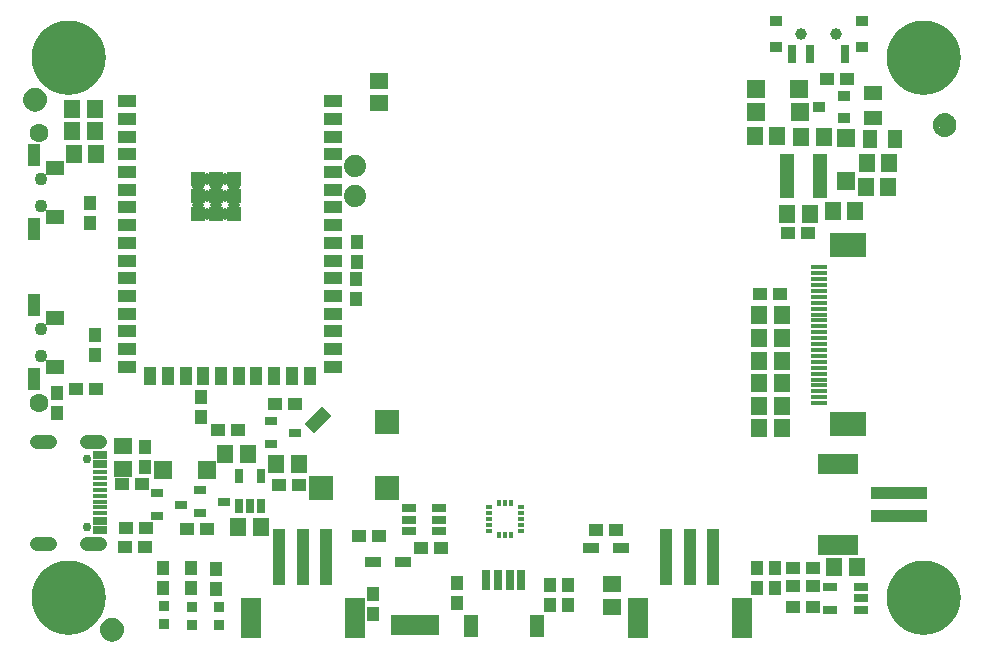
<source format=gbr>
G04 EAGLE Gerber RS-274X export*
G75*
%MOMM*%
%FSLAX34Y34*%
%LPD*%
%INSoldermask Top*%
%IPPOS*%
%AMOC8*
5,1,8,0,0,1.08239X$1,22.5*%
G01*
%ADD10R,0.901600X0.901600*%
%ADD11R,1.601600X1.341600*%
%ADD12R,1.101600X1.176600*%
%ADD13R,1.101600X0.901600*%
%ADD14R,0.801600X1.601600*%
%ADD15C,1.001600*%
%ADD16R,1.301600X0.651600*%
%ADD17R,1.341600X1.601600*%
%ADD18R,1.176600X1.101600*%
%ADD19R,0.651600X1.301600*%
%ADD20R,4.701600X1.101600*%
%ADD21R,3.501600X1.701600*%
%ADD22R,1.501600X1.501600*%
%ADD23R,1.117600X0.736600*%
%ADD24R,1.251600X0.676600*%
%ADD25R,1.251600X0.376600*%
%ADD26C,1.209600*%
%ADD27C,0.751600*%
%ADD28R,1.601600X1.001600*%
%ADD29R,1.201600X1.201600*%
%ADD30R,1.001600X1.601600*%
%ADD31C,1.009600*%
%ADD32R,0.701600X1.651600*%
%ADD33R,1.301600X1.901600*%
%ADD34R,1.601600X1.201600*%
%ADD35R,1.101600X1.851600*%
%ADD36C,1.101600*%
%ADD37C,1.879600*%
%ADD38C,1.601600*%
%ADD39C,0.469900*%
%ADD40R,1.301600X3.801600*%
%ADD41R,1.301600X1.601600*%
%ADD42R,1.001600X0.901600*%
%ADD43R,1.601600X1.301600*%
%ADD44R,3.101600X2.101600*%
%ADD45R,1.351600X0.376600*%
%ADD46R,1.101600X4.701600*%
%ADD47R,1.701600X3.501600*%
%ADD48R,1.451600X0.901600*%
%ADD49R,4.165600X1.778000*%
%ADD50C,5.367600*%
%ADD51C,1.016000*%
%ADD52R,0.601600X0.351600*%
%ADD53R,0.351600X0.601600*%
%ADD54R,2.101600X2.101600*%
%ADD55R,2.101600X1.101600*%


D10*
X165735Y15360D03*
X165735Y30360D03*
X142875Y15360D03*
X142875Y30360D03*
D11*
X84455Y147345D03*
X84455Y166345D03*
D12*
X102870Y148980D03*
X102870Y165980D03*
X163195Y45475D03*
X163195Y62475D03*
X141605Y46110D03*
X141605Y63110D03*
D13*
X709600Y526620D03*
X709600Y504620D03*
X636600Y504620D03*
X636600Y526620D03*
D14*
X650600Y498120D03*
X665600Y498120D03*
X695600Y498120D03*
D15*
X688100Y515620D03*
X658100Y515620D03*
D16*
X708961Y27965D03*
X708961Y37465D03*
X708961Y46965D03*
X682959Y46965D03*
X682959Y27965D03*
D10*
X118745Y30995D03*
X118745Y15995D03*
D12*
X118110Y46110D03*
X118110Y63110D03*
D17*
X705460Y64135D03*
X686460Y64135D03*
D18*
X668265Y29845D03*
X651265Y29845D03*
D12*
X636270Y63110D03*
X636270Y46110D03*
D18*
X651265Y63500D03*
X668265Y63500D03*
D17*
X200635Y97790D03*
X181635Y97790D03*
X189840Y159385D03*
X170840Y159385D03*
D19*
X182270Y115269D03*
X191770Y115269D03*
X201270Y115269D03*
X201270Y141271D03*
X182270Y141271D03*
D20*
X741215Y106840D03*
X741215Y126840D03*
D21*
X689215Y82840D03*
X689215Y150840D03*
D12*
X27940Y211065D03*
X27940Y194065D03*
D22*
X155025Y146050D03*
X118025Y146050D03*
D23*
X133190Y116840D03*
X113190Y107340D03*
X113190Y126340D03*
D18*
X103115Y81280D03*
X86115Y81280D03*
X651265Y47625D03*
X668265Y47625D03*
X647455Y346710D03*
X664455Y346710D03*
D17*
X214020Y151130D03*
X233020Y151130D03*
D18*
X216290Y133350D03*
X233290Y133350D03*
D24*
X64660Y159000D03*
X64660Y151000D03*
D25*
X64660Y144500D03*
X64660Y139500D03*
X64660Y134500D03*
X64660Y129500D03*
X64660Y124500D03*
X64660Y119500D03*
X64660Y114500D03*
X64660Y109500D03*
D24*
X64660Y103000D03*
X64660Y95000D03*
D26*
X22650Y170200D02*
X11570Y170200D01*
X11570Y83800D02*
X22650Y83800D01*
X53370Y83800D02*
X64450Y83800D01*
X64450Y170200D02*
X53370Y170200D01*
D27*
X53910Y98100D03*
X53910Y155900D03*
D18*
X103750Y97155D03*
X86750Y97155D03*
X100575Y133985D03*
X83575Y133985D03*
D28*
X87125Y458460D03*
D29*
X162725Y377960D03*
D28*
X87125Y443460D03*
X87125Y428460D03*
X87125Y413460D03*
X87125Y398460D03*
X87125Y383460D03*
X87125Y368460D03*
X87125Y353460D03*
X87125Y338460D03*
X87125Y323460D03*
X87125Y308460D03*
X87125Y293460D03*
X87125Y278460D03*
X87125Y263460D03*
X87125Y248460D03*
X87125Y233460D03*
D30*
X107125Y225960D03*
X122125Y225960D03*
X137125Y225960D03*
X152125Y225960D03*
X167125Y225960D03*
X182125Y225960D03*
X197125Y225960D03*
X212125Y225960D03*
X227125Y225960D03*
X242125Y225960D03*
D28*
X262125Y233460D03*
X262125Y248460D03*
X262125Y263460D03*
X262125Y278460D03*
X262125Y293460D03*
X262125Y308460D03*
X262125Y323460D03*
X262125Y338460D03*
X262125Y353460D03*
X262125Y368460D03*
X262125Y383460D03*
X262125Y398460D03*
X262125Y413460D03*
X262125Y428460D03*
X262125Y443460D03*
X262125Y458460D03*
D29*
X147725Y392960D03*
X162725Y392960D03*
X177725Y392960D03*
X147725Y377960D03*
X177725Y377960D03*
X147725Y362960D03*
X162725Y362960D03*
X177725Y362960D03*
D31*
X155225Y392960D03*
X170225Y392960D03*
X147725Y385460D03*
X162725Y385460D03*
X177725Y385460D03*
X155225Y377960D03*
X170225Y377960D03*
X147725Y370460D03*
X162725Y370460D03*
X177725Y370460D03*
X155225Y362960D03*
X170225Y362960D03*
D12*
X281305Y290585D03*
X281305Y307585D03*
X281940Y322335D03*
X281940Y339335D03*
D17*
X60300Y433070D03*
X41300Y433070D03*
X60300Y452120D03*
X41300Y452120D03*
X61570Y414020D03*
X42570Y414020D03*
X641960Y277495D03*
X622960Y277495D03*
D32*
X401400Y53080D03*
X411400Y53080D03*
X391400Y53080D03*
X421400Y53080D03*
D33*
X378400Y14080D03*
X434400Y14080D03*
D34*
X26780Y275000D03*
X26780Y233000D03*
D35*
X8780Y285750D03*
X8780Y223250D03*
D36*
X14780Y265500D03*
X14780Y242500D03*
D37*
X280670Y378460D03*
X280670Y403860D03*
D38*
X12700Y431800D03*
D36*
X9680Y459670D03*
D39*
X9680Y467170D02*
X9499Y467168D01*
X9318Y467161D01*
X9137Y467150D01*
X8956Y467135D01*
X8776Y467115D01*
X8596Y467091D01*
X8417Y467063D01*
X8239Y467030D01*
X8062Y466993D01*
X7885Y466952D01*
X7710Y466907D01*
X7535Y466857D01*
X7362Y466803D01*
X7191Y466745D01*
X7020Y466683D01*
X6852Y466616D01*
X6685Y466546D01*
X6519Y466472D01*
X6356Y466393D01*
X6195Y466311D01*
X6035Y466225D01*
X5878Y466135D01*
X5723Y466041D01*
X5570Y465944D01*
X5420Y465842D01*
X5272Y465738D01*
X5126Y465629D01*
X4984Y465518D01*
X4844Y465402D01*
X4707Y465284D01*
X4572Y465162D01*
X4441Y465037D01*
X4313Y464909D01*
X4188Y464778D01*
X4066Y464643D01*
X3948Y464506D01*
X3832Y464366D01*
X3721Y464224D01*
X3612Y464078D01*
X3508Y463930D01*
X3406Y463780D01*
X3309Y463627D01*
X3215Y463472D01*
X3125Y463315D01*
X3039Y463155D01*
X2957Y462994D01*
X2878Y462831D01*
X2804Y462665D01*
X2734Y462498D01*
X2667Y462330D01*
X2605Y462159D01*
X2547Y461988D01*
X2493Y461815D01*
X2443Y461640D01*
X2398Y461465D01*
X2357Y461288D01*
X2320Y461111D01*
X2287Y460933D01*
X2259Y460754D01*
X2235Y460574D01*
X2215Y460394D01*
X2200Y460213D01*
X2189Y460032D01*
X2182Y459851D01*
X2180Y459670D01*
X9680Y467170D02*
X9861Y467168D01*
X10042Y467161D01*
X10223Y467150D01*
X10404Y467135D01*
X10584Y467115D01*
X10764Y467091D01*
X10943Y467063D01*
X11121Y467030D01*
X11298Y466993D01*
X11475Y466952D01*
X11650Y466907D01*
X11825Y466857D01*
X11998Y466803D01*
X12169Y466745D01*
X12340Y466683D01*
X12508Y466616D01*
X12675Y466546D01*
X12841Y466472D01*
X13004Y466393D01*
X13165Y466311D01*
X13325Y466225D01*
X13482Y466135D01*
X13637Y466041D01*
X13790Y465944D01*
X13940Y465842D01*
X14088Y465738D01*
X14234Y465629D01*
X14376Y465518D01*
X14516Y465402D01*
X14653Y465284D01*
X14788Y465162D01*
X14919Y465037D01*
X15047Y464909D01*
X15172Y464778D01*
X15294Y464643D01*
X15412Y464506D01*
X15528Y464366D01*
X15639Y464224D01*
X15748Y464078D01*
X15852Y463930D01*
X15954Y463780D01*
X16051Y463627D01*
X16145Y463472D01*
X16235Y463315D01*
X16321Y463155D01*
X16403Y462994D01*
X16482Y462831D01*
X16556Y462665D01*
X16626Y462498D01*
X16693Y462330D01*
X16755Y462159D01*
X16813Y461988D01*
X16867Y461815D01*
X16917Y461640D01*
X16962Y461465D01*
X17003Y461288D01*
X17040Y461111D01*
X17073Y460933D01*
X17101Y460754D01*
X17125Y460574D01*
X17145Y460394D01*
X17160Y460213D01*
X17171Y460032D01*
X17178Y459851D01*
X17180Y459670D01*
X17178Y459489D01*
X17171Y459308D01*
X17160Y459127D01*
X17145Y458946D01*
X17125Y458766D01*
X17101Y458586D01*
X17073Y458407D01*
X17040Y458229D01*
X17003Y458052D01*
X16962Y457875D01*
X16917Y457700D01*
X16867Y457525D01*
X16813Y457352D01*
X16755Y457181D01*
X16693Y457010D01*
X16626Y456842D01*
X16556Y456675D01*
X16482Y456509D01*
X16403Y456346D01*
X16321Y456185D01*
X16235Y456025D01*
X16145Y455868D01*
X16051Y455713D01*
X15954Y455560D01*
X15852Y455410D01*
X15748Y455262D01*
X15639Y455116D01*
X15528Y454974D01*
X15412Y454834D01*
X15294Y454697D01*
X15172Y454562D01*
X15047Y454431D01*
X14919Y454303D01*
X14788Y454178D01*
X14653Y454056D01*
X14516Y453938D01*
X14376Y453822D01*
X14234Y453711D01*
X14088Y453602D01*
X13940Y453498D01*
X13790Y453396D01*
X13637Y453299D01*
X13482Y453205D01*
X13325Y453115D01*
X13165Y453029D01*
X13004Y452947D01*
X12841Y452868D01*
X12675Y452794D01*
X12508Y452724D01*
X12340Y452657D01*
X12169Y452595D01*
X11998Y452537D01*
X11825Y452483D01*
X11650Y452433D01*
X11475Y452388D01*
X11298Y452347D01*
X11121Y452310D01*
X10943Y452277D01*
X10764Y452249D01*
X10584Y452225D01*
X10404Y452205D01*
X10223Y452190D01*
X10042Y452179D01*
X9861Y452172D01*
X9680Y452170D01*
X9499Y452172D01*
X9318Y452179D01*
X9137Y452190D01*
X8956Y452205D01*
X8776Y452225D01*
X8596Y452249D01*
X8417Y452277D01*
X8239Y452310D01*
X8062Y452347D01*
X7885Y452388D01*
X7710Y452433D01*
X7535Y452483D01*
X7362Y452537D01*
X7191Y452595D01*
X7020Y452657D01*
X6852Y452724D01*
X6685Y452794D01*
X6519Y452868D01*
X6356Y452947D01*
X6195Y453029D01*
X6035Y453115D01*
X5878Y453205D01*
X5723Y453299D01*
X5570Y453396D01*
X5420Y453498D01*
X5272Y453602D01*
X5126Y453711D01*
X4984Y453822D01*
X4844Y453938D01*
X4707Y454056D01*
X4572Y454178D01*
X4441Y454303D01*
X4313Y454431D01*
X4188Y454562D01*
X4066Y454697D01*
X3948Y454834D01*
X3832Y454974D01*
X3721Y455116D01*
X3612Y455262D01*
X3508Y455410D01*
X3406Y455560D01*
X3309Y455713D01*
X3215Y455868D01*
X3125Y456025D01*
X3039Y456185D01*
X2957Y456346D01*
X2878Y456509D01*
X2804Y456675D01*
X2734Y456842D01*
X2667Y457010D01*
X2605Y457181D01*
X2547Y457352D01*
X2493Y457525D01*
X2443Y457700D01*
X2398Y457875D01*
X2357Y458052D01*
X2320Y458229D01*
X2287Y458407D01*
X2259Y458586D01*
X2235Y458766D01*
X2215Y458946D01*
X2200Y459127D01*
X2189Y459308D01*
X2182Y459489D01*
X2180Y459670D01*
D36*
X74780Y10950D03*
D39*
X67280Y10950D02*
X67282Y10769D01*
X67289Y10588D01*
X67300Y10407D01*
X67315Y10226D01*
X67335Y10046D01*
X67359Y9866D01*
X67387Y9687D01*
X67420Y9509D01*
X67457Y9332D01*
X67498Y9155D01*
X67543Y8980D01*
X67593Y8805D01*
X67647Y8632D01*
X67705Y8461D01*
X67767Y8290D01*
X67834Y8122D01*
X67904Y7955D01*
X67978Y7789D01*
X68057Y7626D01*
X68139Y7465D01*
X68225Y7305D01*
X68315Y7148D01*
X68409Y6993D01*
X68506Y6840D01*
X68608Y6690D01*
X68712Y6542D01*
X68821Y6396D01*
X68932Y6254D01*
X69048Y6114D01*
X69166Y5977D01*
X69288Y5842D01*
X69413Y5711D01*
X69541Y5583D01*
X69672Y5458D01*
X69807Y5336D01*
X69944Y5218D01*
X70084Y5102D01*
X70226Y4991D01*
X70372Y4882D01*
X70520Y4778D01*
X70670Y4676D01*
X70823Y4579D01*
X70978Y4485D01*
X71135Y4395D01*
X71295Y4309D01*
X71456Y4227D01*
X71619Y4148D01*
X71785Y4074D01*
X71952Y4004D01*
X72120Y3937D01*
X72291Y3875D01*
X72462Y3817D01*
X72635Y3763D01*
X72810Y3713D01*
X72985Y3668D01*
X73162Y3627D01*
X73339Y3590D01*
X73517Y3557D01*
X73696Y3529D01*
X73876Y3505D01*
X74056Y3485D01*
X74237Y3470D01*
X74418Y3459D01*
X74599Y3452D01*
X74780Y3450D01*
X67280Y10950D02*
X67282Y11131D01*
X67289Y11312D01*
X67300Y11493D01*
X67315Y11674D01*
X67335Y11854D01*
X67359Y12034D01*
X67387Y12213D01*
X67420Y12391D01*
X67457Y12568D01*
X67498Y12745D01*
X67543Y12920D01*
X67593Y13095D01*
X67647Y13268D01*
X67705Y13439D01*
X67767Y13610D01*
X67834Y13778D01*
X67904Y13945D01*
X67978Y14111D01*
X68057Y14274D01*
X68139Y14435D01*
X68225Y14595D01*
X68315Y14752D01*
X68409Y14907D01*
X68506Y15060D01*
X68608Y15210D01*
X68712Y15358D01*
X68821Y15504D01*
X68932Y15646D01*
X69048Y15786D01*
X69166Y15923D01*
X69288Y16058D01*
X69413Y16189D01*
X69541Y16317D01*
X69672Y16442D01*
X69807Y16564D01*
X69944Y16682D01*
X70084Y16798D01*
X70226Y16909D01*
X70372Y17018D01*
X70520Y17122D01*
X70670Y17224D01*
X70823Y17321D01*
X70978Y17415D01*
X71135Y17505D01*
X71295Y17591D01*
X71456Y17673D01*
X71619Y17752D01*
X71785Y17826D01*
X71952Y17896D01*
X72120Y17963D01*
X72291Y18025D01*
X72462Y18083D01*
X72635Y18137D01*
X72810Y18187D01*
X72985Y18232D01*
X73162Y18273D01*
X73339Y18310D01*
X73517Y18343D01*
X73696Y18371D01*
X73876Y18395D01*
X74056Y18415D01*
X74237Y18430D01*
X74418Y18441D01*
X74599Y18448D01*
X74780Y18450D01*
X74961Y18448D01*
X75142Y18441D01*
X75323Y18430D01*
X75504Y18415D01*
X75684Y18395D01*
X75864Y18371D01*
X76043Y18343D01*
X76221Y18310D01*
X76398Y18273D01*
X76575Y18232D01*
X76750Y18187D01*
X76925Y18137D01*
X77098Y18083D01*
X77269Y18025D01*
X77440Y17963D01*
X77608Y17896D01*
X77775Y17826D01*
X77941Y17752D01*
X78104Y17673D01*
X78265Y17591D01*
X78425Y17505D01*
X78582Y17415D01*
X78737Y17321D01*
X78890Y17224D01*
X79040Y17122D01*
X79188Y17018D01*
X79334Y16909D01*
X79476Y16798D01*
X79616Y16682D01*
X79753Y16564D01*
X79888Y16442D01*
X80019Y16317D01*
X80147Y16189D01*
X80272Y16058D01*
X80394Y15923D01*
X80512Y15786D01*
X80628Y15646D01*
X80739Y15504D01*
X80848Y15358D01*
X80952Y15210D01*
X81054Y15060D01*
X81151Y14907D01*
X81245Y14752D01*
X81335Y14595D01*
X81421Y14435D01*
X81503Y14274D01*
X81582Y14111D01*
X81656Y13945D01*
X81726Y13778D01*
X81793Y13610D01*
X81855Y13439D01*
X81913Y13268D01*
X81967Y13095D01*
X82017Y12920D01*
X82062Y12745D01*
X82103Y12568D01*
X82140Y12391D01*
X82173Y12213D01*
X82201Y12034D01*
X82225Y11854D01*
X82245Y11674D01*
X82260Y11493D01*
X82271Y11312D01*
X82278Y11131D01*
X82280Y10950D01*
X82278Y10769D01*
X82271Y10588D01*
X82260Y10407D01*
X82245Y10226D01*
X82225Y10046D01*
X82201Y9866D01*
X82173Y9687D01*
X82140Y9509D01*
X82103Y9332D01*
X82062Y9155D01*
X82017Y8980D01*
X81967Y8805D01*
X81913Y8632D01*
X81855Y8461D01*
X81793Y8290D01*
X81726Y8122D01*
X81656Y7955D01*
X81582Y7789D01*
X81503Y7626D01*
X81421Y7465D01*
X81335Y7305D01*
X81245Y7148D01*
X81151Y6993D01*
X81054Y6840D01*
X80952Y6690D01*
X80848Y6542D01*
X80739Y6396D01*
X80628Y6254D01*
X80512Y6114D01*
X80394Y5977D01*
X80272Y5842D01*
X80147Y5711D01*
X80019Y5583D01*
X79888Y5458D01*
X79753Y5336D01*
X79616Y5218D01*
X79476Y5102D01*
X79334Y4991D01*
X79188Y4882D01*
X79040Y4778D01*
X78890Y4676D01*
X78737Y4579D01*
X78582Y4485D01*
X78425Y4395D01*
X78265Y4309D01*
X78104Y4227D01*
X77941Y4148D01*
X77775Y4074D01*
X77608Y4004D01*
X77440Y3937D01*
X77269Y3875D01*
X77098Y3817D01*
X76925Y3763D01*
X76750Y3713D01*
X76575Y3668D01*
X76398Y3627D01*
X76221Y3590D01*
X76043Y3557D01*
X75864Y3529D01*
X75684Y3505D01*
X75504Y3485D01*
X75323Y3470D01*
X75142Y3459D01*
X74961Y3452D01*
X74780Y3450D01*
D17*
X665700Y363180D03*
X646700Y363180D03*
X714010Y406040D03*
X733010Y406040D03*
D36*
X779780Y438150D03*
D39*
X779780Y445650D02*
X779599Y445648D01*
X779418Y445641D01*
X779237Y445630D01*
X779056Y445615D01*
X778876Y445595D01*
X778696Y445571D01*
X778517Y445543D01*
X778339Y445510D01*
X778162Y445473D01*
X777985Y445432D01*
X777810Y445387D01*
X777635Y445337D01*
X777462Y445283D01*
X777291Y445225D01*
X777120Y445163D01*
X776952Y445096D01*
X776785Y445026D01*
X776619Y444952D01*
X776456Y444873D01*
X776295Y444791D01*
X776135Y444705D01*
X775978Y444615D01*
X775823Y444521D01*
X775670Y444424D01*
X775520Y444322D01*
X775372Y444218D01*
X775226Y444109D01*
X775084Y443998D01*
X774944Y443882D01*
X774807Y443764D01*
X774672Y443642D01*
X774541Y443517D01*
X774413Y443389D01*
X774288Y443258D01*
X774166Y443123D01*
X774048Y442986D01*
X773932Y442846D01*
X773821Y442704D01*
X773712Y442558D01*
X773608Y442410D01*
X773506Y442260D01*
X773409Y442107D01*
X773315Y441952D01*
X773225Y441795D01*
X773139Y441635D01*
X773057Y441474D01*
X772978Y441311D01*
X772904Y441145D01*
X772834Y440978D01*
X772767Y440810D01*
X772705Y440639D01*
X772647Y440468D01*
X772593Y440295D01*
X772543Y440120D01*
X772498Y439945D01*
X772457Y439768D01*
X772420Y439591D01*
X772387Y439413D01*
X772359Y439234D01*
X772335Y439054D01*
X772315Y438874D01*
X772300Y438693D01*
X772289Y438512D01*
X772282Y438331D01*
X772280Y438150D01*
X779780Y445650D02*
X779961Y445648D01*
X780142Y445641D01*
X780323Y445630D01*
X780504Y445615D01*
X780684Y445595D01*
X780864Y445571D01*
X781043Y445543D01*
X781221Y445510D01*
X781398Y445473D01*
X781575Y445432D01*
X781750Y445387D01*
X781925Y445337D01*
X782098Y445283D01*
X782269Y445225D01*
X782440Y445163D01*
X782608Y445096D01*
X782775Y445026D01*
X782941Y444952D01*
X783104Y444873D01*
X783265Y444791D01*
X783425Y444705D01*
X783582Y444615D01*
X783737Y444521D01*
X783890Y444424D01*
X784040Y444322D01*
X784188Y444218D01*
X784334Y444109D01*
X784476Y443998D01*
X784616Y443882D01*
X784753Y443764D01*
X784888Y443642D01*
X785019Y443517D01*
X785147Y443389D01*
X785272Y443258D01*
X785394Y443123D01*
X785512Y442986D01*
X785628Y442846D01*
X785739Y442704D01*
X785848Y442558D01*
X785952Y442410D01*
X786054Y442260D01*
X786151Y442107D01*
X786245Y441952D01*
X786335Y441795D01*
X786421Y441635D01*
X786503Y441474D01*
X786582Y441311D01*
X786656Y441145D01*
X786726Y440978D01*
X786793Y440810D01*
X786855Y440639D01*
X786913Y440468D01*
X786967Y440295D01*
X787017Y440120D01*
X787062Y439945D01*
X787103Y439768D01*
X787140Y439591D01*
X787173Y439413D01*
X787201Y439234D01*
X787225Y439054D01*
X787245Y438874D01*
X787260Y438693D01*
X787271Y438512D01*
X787278Y438331D01*
X787280Y438150D01*
X787278Y437969D01*
X787271Y437788D01*
X787260Y437607D01*
X787245Y437426D01*
X787225Y437246D01*
X787201Y437066D01*
X787173Y436887D01*
X787140Y436709D01*
X787103Y436532D01*
X787062Y436355D01*
X787017Y436180D01*
X786967Y436005D01*
X786913Y435832D01*
X786855Y435661D01*
X786793Y435490D01*
X786726Y435322D01*
X786656Y435155D01*
X786582Y434989D01*
X786503Y434826D01*
X786421Y434665D01*
X786335Y434505D01*
X786245Y434348D01*
X786151Y434193D01*
X786054Y434040D01*
X785952Y433890D01*
X785848Y433742D01*
X785739Y433596D01*
X785628Y433454D01*
X785512Y433314D01*
X785394Y433177D01*
X785272Y433042D01*
X785147Y432911D01*
X785019Y432783D01*
X784888Y432658D01*
X784753Y432536D01*
X784616Y432418D01*
X784476Y432302D01*
X784334Y432191D01*
X784188Y432082D01*
X784040Y431978D01*
X783890Y431876D01*
X783737Y431779D01*
X783582Y431685D01*
X783425Y431595D01*
X783265Y431509D01*
X783104Y431427D01*
X782941Y431348D01*
X782775Y431274D01*
X782608Y431204D01*
X782440Y431137D01*
X782269Y431075D01*
X782098Y431017D01*
X781925Y430963D01*
X781750Y430913D01*
X781575Y430868D01*
X781398Y430827D01*
X781221Y430790D01*
X781043Y430757D01*
X780864Y430729D01*
X780684Y430705D01*
X780504Y430685D01*
X780323Y430670D01*
X780142Y430659D01*
X779961Y430652D01*
X779780Y430650D01*
X779599Y430652D01*
X779418Y430659D01*
X779237Y430670D01*
X779056Y430685D01*
X778876Y430705D01*
X778696Y430729D01*
X778517Y430757D01*
X778339Y430790D01*
X778162Y430827D01*
X777985Y430868D01*
X777810Y430913D01*
X777635Y430963D01*
X777462Y431017D01*
X777291Y431075D01*
X777120Y431137D01*
X776952Y431204D01*
X776785Y431274D01*
X776619Y431348D01*
X776456Y431427D01*
X776295Y431509D01*
X776135Y431595D01*
X775978Y431685D01*
X775823Y431779D01*
X775670Y431876D01*
X775520Y431978D01*
X775372Y432082D01*
X775226Y432191D01*
X775084Y432302D01*
X774944Y432418D01*
X774807Y432536D01*
X774672Y432658D01*
X774541Y432783D01*
X774413Y432911D01*
X774288Y433042D01*
X774166Y433177D01*
X774048Y433314D01*
X773932Y433454D01*
X773821Y433596D01*
X773712Y433742D01*
X773608Y433890D01*
X773506Y434040D01*
X773409Y434193D01*
X773315Y434348D01*
X773225Y434505D01*
X773139Y434665D01*
X773057Y434826D01*
X772978Y434989D01*
X772904Y435155D01*
X772834Y435322D01*
X772767Y435490D01*
X772705Y435661D01*
X772647Y435832D01*
X772593Y436005D01*
X772543Y436180D01*
X772498Y436355D01*
X772457Y436532D01*
X772420Y436709D01*
X772387Y436887D01*
X772359Y437066D01*
X772335Y437246D01*
X772315Y437426D01*
X772300Y437607D01*
X772289Y437788D01*
X772282Y437969D01*
X772280Y438150D01*
D17*
X622960Y257810D03*
X641960Y257810D03*
X622960Y219710D03*
X641960Y219710D03*
X622960Y200660D03*
X641960Y200660D03*
X622960Y181610D03*
X641960Y181610D03*
X704190Y365760D03*
X685190Y365760D03*
X619150Y428625D03*
X638150Y428625D03*
D22*
X619675Y468630D03*
X656675Y468630D03*
X657310Y449580D03*
X620310Y449580D03*
D17*
X677520Y427990D03*
X658520Y427990D03*
D22*
X695960Y390440D03*
X695960Y427440D03*
D40*
X674400Y394970D03*
X646400Y394970D03*
D41*
X737575Y426720D03*
X716575Y426720D03*
D42*
X694530Y443890D03*
X694530Y462890D03*
X673530Y453390D03*
D17*
X713130Y386080D03*
X732130Y386080D03*
X622960Y238760D03*
X641960Y238760D03*
D43*
X718820Y465160D03*
X718820Y444160D03*
D44*
X698254Y336264D03*
X698254Y185164D03*
D45*
X673654Y317764D03*
X673654Y312764D03*
X673654Y307764D03*
X673654Y302764D03*
X673654Y297764D03*
X673654Y292764D03*
X673654Y287764D03*
X673654Y282764D03*
X673654Y277764D03*
X673654Y272764D03*
X673654Y267764D03*
X673654Y262764D03*
X673654Y257764D03*
X673654Y252764D03*
X673654Y247764D03*
X673654Y242764D03*
X673654Y237764D03*
X673654Y232764D03*
X673654Y227764D03*
X673654Y222764D03*
X673654Y217764D03*
X673654Y212764D03*
X673654Y207764D03*
X673654Y202764D03*
D12*
X445770Y32140D03*
X445770Y49140D03*
X367030Y33410D03*
X367030Y50410D03*
D11*
X300990Y475590D03*
X300990Y456590D03*
D18*
X680475Y477520D03*
X697475Y477520D03*
D23*
X229710Y177800D03*
X209710Y168300D03*
X209710Y187300D03*
D18*
X212480Y201930D03*
X229480Y201930D03*
X44205Y214630D03*
X61205Y214630D03*
D11*
X497840Y49505D03*
X497840Y30505D03*
D46*
X256220Y72720D03*
X236220Y72720D03*
D47*
X280220Y20720D03*
X192220Y20720D03*
D46*
X216220Y72720D03*
D18*
X283600Y90170D03*
X300600Y90170D03*
D48*
X295910Y68580D03*
X321310Y68580D03*
D49*
X331470Y15240D03*
D46*
X583880Y72720D03*
X563880Y72720D03*
D47*
X607880Y20720D03*
X519880Y20720D03*
D46*
X543880Y72720D03*
D18*
X501260Y95250D03*
X484260Y95250D03*
D48*
X480060Y80010D03*
X505460Y80010D03*
D50*
X38100Y495300D03*
D51*
X11938Y495300D02*
X11946Y495942D01*
X11970Y496584D01*
X12009Y497225D01*
X12064Y497864D01*
X12135Y498503D01*
X12221Y499139D01*
X12323Y499773D01*
X12441Y500404D01*
X12574Y501032D01*
X12722Y501657D01*
X12886Y502278D01*
X13065Y502894D01*
X13258Y503507D01*
X13467Y504114D01*
X13691Y504716D01*
X13929Y505312D01*
X14182Y505902D01*
X14450Y506486D01*
X14731Y507063D01*
X15027Y507633D01*
X15337Y508195D01*
X15660Y508750D01*
X15997Y509297D01*
X16347Y509835D01*
X16710Y510364D01*
X17086Y510885D01*
X17475Y511396D01*
X17877Y511897D01*
X18290Y512388D01*
X18715Y512869D01*
X19152Y513340D01*
X19601Y513799D01*
X20060Y514248D01*
X20531Y514685D01*
X21012Y515110D01*
X21503Y515523D01*
X22004Y515925D01*
X22515Y516314D01*
X23036Y516690D01*
X23565Y517053D01*
X24103Y517403D01*
X24650Y517740D01*
X25205Y518063D01*
X25767Y518373D01*
X26337Y518669D01*
X26914Y518950D01*
X27498Y519218D01*
X28088Y519471D01*
X28684Y519709D01*
X29286Y519933D01*
X29893Y520142D01*
X30506Y520335D01*
X31122Y520514D01*
X31743Y520678D01*
X32368Y520826D01*
X32996Y520959D01*
X33627Y521077D01*
X34261Y521179D01*
X34897Y521265D01*
X35536Y521336D01*
X36175Y521391D01*
X36816Y521430D01*
X37458Y521454D01*
X38100Y521462D01*
X38742Y521454D01*
X39384Y521430D01*
X40025Y521391D01*
X40664Y521336D01*
X41303Y521265D01*
X41939Y521179D01*
X42573Y521077D01*
X43204Y520959D01*
X43832Y520826D01*
X44457Y520678D01*
X45078Y520514D01*
X45694Y520335D01*
X46307Y520142D01*
X46914Y519933D01*
X47516Y519709D01*
X48112Y519471D01*
X48702Y519218D01*
X49286Y518950D01*
X49863Y518669D01*
X50433Y518373D01*
X50995Y518063D01*
X51550Y517740D01*
X52097Y517403D01*
X52635Y517053D01*
X53164Y516690D01*
X53685Y516314D01*
X54196Y515925D01*
X54697Y515523D01*
X55188Y515110D01*
X55669Y514685D01*
X56140Y514248D01*
X56599Y513799D01*
X57048Y513340D01*
X57485Y512869D01*
X57910Y512388D01*
X58323Y511897D01*
X58725Y511396D01*
X59114Y510885D01*
X59490Y510364D01*
X59853Y509835D01*
X60203Y509297D01*
X60540Y508750D01*
X60863Y508195D01*
X61173Y507633D01*
X61469Y507063D01*
X61750Y506486D01*
X62018Y505902D01*
X62271Y505312D01*
X62509Y504716D01*
X62733Y504114D01*
X62942Y503507D01*
X63135Y502894D01*
X63314Y502278D01*
X63478Y501657D01*
X63626Y501032D01*
X63759Y500404D01*
X63877Y499773D01*
X63979Y499139D01*
X64065Y498503D01*
X64136Y497864D01*
X64191Y497225D01*
X64230Y496584D01*
X64254Y495942D01*
X64262Y495300D01*
X64254Y494658D01*
X64230Y494016D01*
X64191Y493375D01*
X64136Y492736D01*
X64065Y492097D01*
X63979Y491461D01*
X63877Y490827D01*
X63759Y490196D01*
X63626Y489568D01*
X63478Y488943D01*
X63314Y488322D01*
X63135Y487706D01*
X62942Y487093D01*
X62733Y486486D01*
X62509Y485884D01*
X62271Y485288D01*
X62018Y484698D01*
X61750Y484114D01*
X61469Y483537D01*
X61173Y482967D01*
X60863Y482405D01*
X60540Y481850D01*
X60203Y481303D01*
X59853Y480765D01*
X59490Y480236D01*
X59114Y479715D01*
X58725Y479204D01*
X58323Y478703D01*
X57910Y478212D01*
X57485Y477731D01*
X57048Y477260D01*
X56599Y476801D01*
X56140Y476352D01*
X55669Y475915D01*
X55188Y475490D01*
X54697Y475077D01*
X54196Y474675D01*
X53685Y474286D01*
X53164Y473910D01*
X52635Y473547D01*
X52097Y473197D01*
X51550Y472860D01*
X50995Y472537D01*
X50433Y472227D01*
X49863Y471931D01*
X49286Y471650D01*
X48702Y471382D01*
X48112Y471129D01*
X47516Y470891D01*
X46914Y470667D01*
X46307Y470458D01*
X45694Y470265D01*
X45078Y470086D01*
X44457Y469922D01*
X43832Y469774D01*
X43204Y469641D01*
X42573Y469523D01*
X41939Y469421D01*
X41303Y469335D01*
X40664Y469264D01*
X40025Y469209D01*
X39384Y469170D01*
X38742Y469146D01*
X38100Y469138D01*
X37458Y469146D01*
X36816Y469170D01*
X36175Y469209D01*
X35536Y469264D01*
X34897Y469335D01*
X34261Y469421D01*
X33627Y469523D01*
X32996Y469641D01*
X32368Y469774D01*
X31743Y469922D01*
X31122Y470086D01*
X30506Y470265D01*
X29893Y470458D01*
X29286Y470667D01*
X28684Y470891D01*
X28088Y471129D01*
X27498Y471382D01*
X26914Y471650D01*
X26337Y471931D01*
X25767Y472227D01*
X25205Y472537D01*
X24650Y472860D01*
X24103Y473197D01*
X23565Y473547D01*
X23036Y473910D01*
X22515Y474286D01*
X22004Y474675D01*
X21503Y475077D01*
X21012Y475490D01*
X20531Y475915D01*
X20060Y476352D01*
X19601Y476801D01*
X19152Y477260D01*
X18715Y477731D01*
X18290Y478212D01*
X17877Y478703D01*
X17475Y479204D01*
X17086Y479715D01*
X16710Y480236D01*
X16347Y480765D01*
X15997Y481303D01*
X15660Y481850D01*
X15337Y482405D01*
X15027Y482967D01*
X14731Y483537D01*
X14450Y484114D01*
X14182Y484698D01*
X13929Y485288D01*
X13691Y485884D01*
X13467Y486486D01*
X13258Y487093D01*
X13065Y487706D01*
X12886Y488322D01*
X12722Y488943D01*
X12574Y489568D01*
X12441Y490196D01*
X12323Y490827D01*
X12221Y491461D01*
X12135Y492097D01*
X12064Y492736D01*
X12009Y493375D01*
X11970Y494016D01*
X11946Y494658D01*
X11938Y495300D01*
D50*
X38100Y38100D03*
D51*
X11938Y38100D02*
X11946Y38742D01*
X11970Y39384D01*
X12009Y40025D01*
X12064Y40664D01*
X12135Y41303D01*
X12221Y41939D01*
X12323Y42573D01*
X12441Y43204D01*
X12574Y43832D01*
X12722Y44457D01*
X12886Y45078D01*
X13065Y45694D01*
X13258Y46307D01*
X13467Y46914D01*
X13691Y47516D01*
X13929Y48112D01*
X14182Y48702D01*
X14450Y49286D01*
X14731Y49863D01*
X15027Y50433D01*
X15337Y50995D01*
X15660Y51550D01*
X15997Y52097D01*
X16347Y52635D01*
X16710Y53164D01*
X17086Y53685D01*
X17475Y54196D01*
X17877Y54697D01*
X18290Y55188D01*
X18715Y55669D01*
X19152Y56140D01*
X19601Y56599D01*
X20060Y57048D01*
X20531Y57485D01*
X21012Y57910D01*
X21503Y58323D01*
X22004Y58725D01*
X22515Y59114D01*
X23036Y59490D01*
X23565Y59853D01*
X24103Y60203D01*
X24650Y60540D01*
X25205Y60863D01*
X25767Y61173D01*
X26337Y61469D01*
X26914Y61750D01*
X27498Y62018D01*
X28088Y62271D01*
X28684Y62509D01*
X29286Y62733D01*
X29893Y62942D01*
X30506Y63135D01*
X31122Y63314D01*
X31743Y63478D01*
X32368Y63626D01*
X32996Y63759D01*
X33627Y63877D01*
X34261Y63979D01*
X34897Y64065D01*
X35536Y64136D01*
X36175Y64191D01*
X36816Y64230D01*
X37458Y64254D01*
X38100Y64262D01*
X38742Y64254D01*
X39384Y64230D01*
X40025Y64191D01*
X40664Y64136D01*
X41303Y64065D01*
X41939Y63979D01*
X42573Y63877D01*
X43204Y63759D01*
X43832Y63626D01*
X44457Y63478D01*
X45078Y63314D01*
X45694Y63135D01*
X46307Y62942D01*
X46914Y62733D01*
X47516Y62509D01*
X48112Y62271D01*
X48702Y62018D01*
X49286Y61750D01*
X49863Y61469D01*
X50433Y61173D01*
X50995Y60863D01*
X51550Y60540D01*
X52097Y60203D01*
X52635Y59853D01*
X53164Y59490D01*
X53685Y59114D01*
X54196Y58725D01*
X54697Y58323D01*
X55188Y57910D01*
X55669Y57485D01*
X56140Y57048D01*
X56599Y56599D01*
X57048Y56140D01*
X57485Y55669D01*
X57910Y55188D01*
X58323Y54697D01*
X58725Y54196D01*
X59114Y53685D01*
X59490Y53164D01*
X59853Y52635D01*
X60203Y52097D01*
X60540Y51550D01*
X60863Y50995D01*
X61173Y50433D01*
X61469Y49863D01*
X61750Y49286D01*
X62018Y48702D01*
X62271Y48112D01*
X62509Y47516D01*
X62733Y46914D01*
X62942Y46307D01*
X63135Y45694D01*
X63314Y45078D01*
X63478Y44457D01*
X63626Y43832D01*
X63759Y43204D01*
X63877Y42573D01*
X63979Y41939D01*
X64065Y41303D01*
X64136Y40664D01*
X64191Y40025D01*
X64230Y39384D01*
X64254Y38742D01*
X64262Y38100D01*
X64254Y37458D01*
X64230Y36816D01*
X64191Y36175D01*
X64136Y35536D01*
X64065Y34897D01*
X63979Y34261D01*
X63877Y33627D01*
X63759Y32996D01*
X63626Y32368D01*
X63478Y31743D01*
X63314Y31122D01*
X63135Y30506D01*
X62942Y29893D01*
X62733Y29286D01*
X62509Y28684D01*
X62271Y28088D01*
X62018Y27498D01*
X61750Y26914D01*
X61469Y26337D01*
X61173Y25767D01*
X60863Y25205D01*
X60540Y24650D01*
X60203Y24103D01*
X59853Y23565D01*
X59490Y23036D01*
X59114Y22515D01*
X58725Y22004D01*
X58323Y21503D01*
X57910Y21012D01*
X57485Y20531D01*
X57048Y20060D01*
X56599Y19601D01*
X56140Y19152D01*
X55669Y18715D01*
X55188Y18290D01*
X54697Y17877D01*
X54196Y17475D01*
X53685Y17086D01*
X53164Y16710D01*
X52635Y16347D01*
X52097Y15997D01*
X51550Y15660D01*
X50995Y15337D01*
X50433Y15027D01*
X49863Y14731D01*
X49286Y14450D01*
X48702Y14182D01*
X48112Y13929D01*
X47516Y13691D01*
X46914Y13467D01*
X46307Y13258D01*
X45694Y13065D01*
X45078Y12886D01*
X44457Y12722D01*
X43832Y12574D01*
X43204Y12441D01*
X42573Y12323D01*
X41939Y12221D01*
X41303Y12135D01*
X40664Y12064D01*
X40025Y12009D01*
X39384Y11970D01*
X38742Y11946D01*
X38100Y11938D01*
X37458Y11946D01*
X36816Y11970D01*
X36175Y12009D01*
X35536Y12064D01*
X34897Y12135D01*
X34261Y12221D01*
X33627Y12323D01*
X32996Y12441D01*
X32368Y12574D01*
X31743Y12722D01*
X31122Y12886D01*
X30506Y13065D01*
X29893Y13258D01*
X29286Y13467D01*
X28684Y13691D01*
X28088Y13929D01*
X27498Y14182D01*
X26914Y14450D01*
X26337Y14731D01*
X25767Y15027D01*
X25205Y15337D01*
X24650Y15660D01*
X24103Y15997D01*
X23565Y16347D01*
X23036Y16710D01*
X22515Y17086D01*
X22004Y17475D01*
X21503Y17877D01*
X21012Y18290D01*
X20531Y18715D01*
X20060Y19152D01*
X19601Y19601D01*
X19152Y20060D01*
X18715Y20531D01*
X18290Y21012D01*
X17877Y21503D01*
X17475Y22004D01*
X17086Y22515D01*
X16710Y23036D01*
X16347Y23565D01*
X15997Y24103D01*
X15660Y24650D01*
X15337Y25205D01*
X15027Y25767D01*
X14731Y26337D01*
X14450Y26914D01*
X14182Y27498D01*
X13929Y28088D01*
X13691Y28684D01*
X13467Y29286D01*
X13258Y29893D01*
X13065Y30506D01*
X12886Y31122D01*
X12722Y31743D01*
X12574Y32368D01*
X12441Y32996D01*
X12323Y33627D01*
X12221Y34261D01*
X12135Y34897D01*
X12064Y35536D01*
X12009Y36175D01*
X11970Y36816D01*
X11946Y37458D01*
X11938Y38100D01*
D50*
X762000Y495300D03*
D51*
X735838Y495300D02*
X735846Y495942D01*
X735870Y496584D01*
X735909Y497225D01*
X735964Y497864D01*
X736035Y498503D01*
X736121Y499139D01*
X736223Y499773D01*
X736341Y500404D01*
X736474Y501032D01*
X736622Y501657D01*
X736786Y502278D01*
X736965Y502894D01*
X737158Y503507D01*
X737367Y504114D01*
X737591Y504716D01*
X737829Y505312D01*
X738082Y505902D01*
X738350Y506486D01*
X738631Y507063D01*
X738927Y507633D01*
X739237Y508195D01*
X739560Y508750D01*
X739897Y509297D01*
X740247Y509835D01*
X740610Y510364D01*
X740986Y510885D01*
X741375Y511396D01*
X741777Y511897D01*
X742190Y512388D01*
X742615Y512869D01*
X743052Y513340D01*
X743501Y513799D01*
X743960Y514248D01*
X744431Y514685D01*
X744912Y515110D01*
X745403Y515523D01*
X745904Y515925D01*
X746415Y516314D01*
X746936Y516690D01*
X747465Y517053D01*
X748003Y517403D01*
X748550Y517740D01*
X749105Y518063D01*
X749667Y518373D01*
X750237Y518669D01*
X750814Y518950D01*
X751398Y519218D01*
X751988Y519471D01*
X752584Y519709D01*
X753186Y519933D01*
X753793Y520142D01*
X754406Y520335D01*
X755022Y520514D01*
X755643Y520678D01*
X756268Y520826D01*
X756896Y520959D01*
X757527Y521077D01*
X758161Y521179D01*
X758797Y521265D01*
X759436Y521336D01*
X760075Y521391D01*
X760716Y521430D01*
X761358Y521454D01*
X762000Y521462D01*
X762642Y521454D01*
X763284Y521430D01*
X763925Y521391D01*
X764564Y521336D01*
X765203Y521265D01*
X765839Y521179D01*
X766473Y521077D01*
X767104Y520959D01*
X767732Y520826D01*
X768357Y520678D01*
X768978Y520514D01*
X769594Y520335D01*
X770207Y520142D01*
X770814Y519933D01*
X771416Y519709D01*
X772012Y519471D01*
X772602Y519218D01*
X773186Y518950D01*
X773763Y518669D01*
X774333Y518373D01*
X774895Y518063D01*
X775450Y517740D01*
X775997Y517403D01*
X776535Y517053D01*
X777064Y516690D01*
X777585Y516314D01*
X778096Y515925D01*
X778597Y515523D01*
X779088Y515110D01*
X779569Y514685D01*
X780040Y514248D01*
X780499Y513799D01*
X780948Y513340D01*
X781385Y512869D01*
X781810Y512388D01*
X782223Y511897D01*
X782625Y511396D01*
X783014Y510885D01*
X783390Y510364D01*
X783753Y509835D01*
X784103Y509297D01*
X784440Y508750D01*
X784763Y508195D01*
X785073Y507633D01*
X785369Y507063D01*
X785650Y506486D01*
X785918Y505902D01*
X786171Y505312D01*
X786409Y504716D01*
X786633Y504114D01*
X786842Y503507D01*
X787035Y502894D01*
X787214Y502278D01*
X787378Y501657D01*
X787526Y501032D01*
X787659Y500404D01*
X787777Y499773D01*
X787879Y499139D01*
X787965Y498503D01*
X788036Y497864D01*
X788091Y497225D01*
X788130Y496584D01*
X788154Y495942D01*
X788162Y495300D01*
X788154Y494658D01*
X788130Y494016D01*
X788091Y493375D01*
X788036Y492736D01*
X787965Y492097D01*
X787879Y491461D01*
X787777Y490827D01*
X787659Y490196D01*
X787526Y489568D01*
X787378Y488943D01*
X787214Y488322D01*
X787035Y487706D01*
X786842Y487093D01*
X786633Y486486D01*
X786409Y485884D01*
X786171Y485288D01*
X785918Y484698D01*
X785650Y484114D01*
X785369Y483537D01*
X785073Y482967D01*
X784763Y482405D01*
X784440Y481850D01*
X784103Y481303D01*
X783753Y480765D01*
X783390Y480236D01*
X783014Y479715D01*
X782625Y479204D01*
X782223Y478703D01*
X781810Y478212D01*
X781385Y477731D01*
X780948Y477260D01*
X780499Y476801D01*
X780040Y476352D01*
X779569Y475915D01*
X779088Y475490D01*
X778597Y475077D01*
X778096Y474675D01*
X777585Y474286D01*
X777064Y473910D01*
X776535Y473547D01*
X775997Y473197D01*
X775450Y472860D01*
X774895Y472537D01*
X774333Y472227D01*
X773763Y471931D01*
X773186Y471650D01*
X772602Y471382D01*
X772012Y471129D01*
X771416Y470891D01*
X770814Y470667D01*
X770207Y470458D01*
X769594Y470265D01*
X768978Y470086D01*
X768357Y469922D01*
X767732Y469774D01*
X767104Y469641D01*
X766473Y469523D01*
X765839Y469421D01*
X765203Y469335D01*
X764564Y469264D01*
X763925Y469209D01*
X763284Y469170D01*
X762642Y469146D01*
X762000Y469138D01*
X761358Y469146D01*
X760716Y469170D01*
X760075Y469209D01*
X759436Y469264D01*
X758797Y469335D01*
X758161Y469421D01*
X757527Y469523D01*
X756896Y469641D01*
X756268Y469774D01*
X755643Y469922D01*
X755022Y470086D01*
X754406Y470265D01*
X753793Y470458D01*
X753186Y470667D01*
X752584Y470891D01*
X751988Y471129D01*
X751398Y471382D01*
X750814Y471650D01*
X750237Y471931D01*
X749667Y472227D01*
X749105Y472537D01*
X748550Y472860D01*
X748003Y473197D01*
X747465Y473547D01*
X746936Y473910D01*
X746415Y474286D01*
X745904Y474675D01*
X745403Y475077D01*
X744912Y475490D01*
X744431Y475915D01*
X743960Y476352D01*
X743501Y476801D01*
X743052Y477260D01*
X742615Y477731D01*
X742190Y478212D01*
X741777Y478703D01*
X741375Y479204D01*
X740986Y479715D01*
X740610Y480236D01*
X740247Y480765D01*
X739897Y481303D01*
X739560Y481850D01*
X739237Y482405D01*
X738927Y482967D01*
X738631Y483537D01*
X738350Y484114D01*
X738082Y484698D01*
X737829Y485288D01*
X737591Y485884D01*
X737367Y486486D01*
X737158Y487093D01*
X736965Y487706D01*
X736786Y488322D01*
X736622Y488943D01*
X736474Y489568D01*
X736341Y490196D01*
X736223Y490827D01*
X736121Y491461D01*
X736035Y492097D01*
X735964Y492736D01*
X735909Y493375D01*
X735870Y494016D01*
X735846Y494658D01*
X735838Y495300D01*
D50*
X762000Y38100D03*
D51*
X735838Y38100D02*
X735846Y38742D01*
X735870Y39384D01*
X735909Y40025D01*
X735964Y40664D01*
X736035Y41303D01*
X736121Y41939D01*
X736223Y42573D01*
X736341Y43204D01*
X736474Y43832D01*
X736622Y44457D01*
X736786Y45078D01*
X736965Y45694D01*
X737158Y46307D01*
X737367Y46914D01*
X737591Y47516D01*
X737829Y48112D01*
X738082Y48702D01*
X738350Y49286D01*
X738631Y49863D01*
X738927Y50433D01*
X739237Y50995D01*
X739560Y51550D01*
X739897Y52097D01*
X740247Y52635D01*
X740610Y53164D01*
X740986Y53685D01*
X741375Y54196D01*
X741777Y54697D01*
X742190Y55188D01*
X742615Y55669D01*
X743052Y56140D01*
X743501Y56599D01*
X743960Y57048D01*
X744431Y57485D01*
X744912Y57910D01*
X745403Y58323D01*
X745904Y58725D01*
X746415Y59114D01*
X746936Y59490D01*
X747465Y59853D01*
X748003Y60203D01*
X748550Y60540D01*
X749105Y60863D01*
X749667Y61173D01*
X750237Y61469D01*
X750814Y61750D01*
X751398Y62018D01*
X751988Y62271D01*
X752584Y62509D01*
X753186Y62733D01*
X753793Y62942D01*
X754406Y63135D01*
X755022Y63314D01*
X755643Y63478D01*
X756268Y63626D01*
X756896Y63759D01*
X757527Y63877D01*
X758161Y63979D01*
X758797Y64065D01*
X759436Y64136D01*
X760075Y64191D01*
X760716Y64230D01*
X761358Y64254D01*
X762000Y64262D01*
X762642Y64254D01*
X763284Y64230D01*
X763925Y64191D01*
X764564Y64136D01*
X765203Y64065D01*
X765839Y63979D01*
X766473Y63877D01*
X767104Y63759D01*
X767732Y63626D01*
X768357Y63478D01*
X768978Y63314D01*
X769594Y63135D01*
X770207Y62942D01*
X770814Y62733D01*
X771416Y62509D01*
X772012Y62271D01*
X772602Y62018D01*
X773186Y61750D01*
X773763Y61469D01*
X774333Y61173D01*
X774895Y60863D01*
X775450Y60540D01*
X775997Y60203D01*
X776535Y59853D01*
X777064Y59490D01*
X777585Y59114D01*
X778096Y58725D01*
X778597Y58323D01*
X779088Y57910D01*
X779569Y57485D01*
X780040Y57048D01*
X780499Y56599D01*
X780948Y56140D01*
X781385Y55669D01*
X781810Y55188D01*
X782223Y54697D01*
X782625Y54196D01*
X783014Y53685D01*
X783390Y53164D01*
X783753Y52635D01*
X784103Y52097D01*
X784440Y51550D01*
X784763Y50995D01*
X785073Y50433D01*
X785369Y49863D01*
X785650Y49286D01*
X785918Y48702D01*
X786171Y48112D01*
X786409Y47516D01*
X786633Y46914D01*
X786842Y46307D01*
X787035Y45694D01*
X787214Y45078D01*
X787378Y44457D01*
X787526Y43832D01*
X787659Y43204D01*
X787777Y42573D01*
X787879Y41939D01*
X787965Y41303D01*
X788036Y40664D01*
X788091Y40025D01*
X788130Y39384D01*
X788154Y38742D01*
X788162Y38100D01*
X788154Y37458D01*
X788130Y36816D01*
X788091Y36175D01*
X788036Y35536D01*
X787965Y34897D01*
X787879Y34261D01*
X787777Y33627D01*
X787659Y32996D01*
X787526Y32368D01*
X787378Y31743D01*
X787214Y31122D01*
X787035Y30506D01*
X786842Y29893D01*
X786633Y29286D01*
X786409Y28684D01*
X786171Y28088D01*
X785918Y27498D01*
X785650Y26914D01*
X785369Y26337D01*
X785073Y25767D01*
X784763Y25205D01*
X784440Y24650D01*
X784103Y24103D01*
X783753Y23565D01*
X783390Y23036D01*
X783014Y22515D01*
X782625Y22004D01*
X782223Y21503D01*
X781810Y21012D01*
X781385Y20531D01*
X780948Y20060D01*
X780499Y19601D01*
X780040Y19152D01*
X779569Y18715D01*
X779088Y18290D01*
X778597Y17877D01*
X778096Y17475D01*
X777585Y17086D01*
X777064Y16710D01*
X776535Y16347D01*
X775997Y15997D01*
X775450Y15660D01*
X774895Y15337D01*
X774333Y15027D01*
X773763Y14731D01*
X773186Y14450D01*
X772602Y14182D01*
X772012Y13929D01*
X771416Y13691D01*
X770814Y13467D01*
X770207Y13258D01*
X769594Y13065D01*
X768978Y12886D01*
X768357Y12722D01*
X767732Y12574D01*
X767104Y12441D01*
X766473Y12323D01*
X765839Y12221D01*
X765203Y12135D01*
X764564Y12064D01*
X763925Y12009D01*
X763284Y11970D01*
X762642Y11946D01*
X762000Y11938D01*
X761358Y11946D01*
X760716Y11970D01*
X760075Y12009D01*
X759436Y12064D01*
X758797Y12135D01*
X758161Y12221D01*
X757527Y12323D01*
X756896Y12441D01*
X756268Y12574D01*
X755643Y12722D01*
X755022Y12886D01*
X754406Y13065D01*
X753793Y13258D01*
X753186Y13467D01*
X752584Y13691D01*
X751988Y13929D01*
X751398Y14182D01*
X750814Y14450D01*
X750237Y14731D01*
X749667Y15027D01*
X749105Y15337D01*
X748550Y15660D01*
X748003Y15997D01*
X747465Y16347D01*
X746936Y16710D01*
X746415Y17086D01*
X745904Y17475D01*
X745403Y17877D01*
X744912Y18290D01*
X744431Y18715D01*
X743960Y19152D01*
X743501Y19601D01*
X743052Y20060D01*
X742615Y20531D01*
X742190Y21012D01*
X741777Y21503D01*
X741375Y22004D01*
X740986Y22515D01*
X740610Y23036D01*
X740247Y23565D01*
X739897Y24103D01*
X739560Y24650D01*
X739237Y25205D01*
X738927Y25767D01*
X738631Y26337D01*
X738350Y26914D01*
X738082Y27498D01*
X737829Y28088D01*
X737591Y28684D01*
X737367Y29286D01*
X737158Y29893D01*
X736965Y30506D01*
X736786Y31122D01*
X736622Y31743D01*
X736474Y32368D01*
X736341Y32996D01*
X736223Y33627D01*
X736121Y34261D01*
X736035Y34897D01*
X735964Y35536D01*
X735909Y36175D01*
X735870Y36816D01*
X735846Y37458D01*
X735838Y38100D01*
D52*
X421170Y94775D03*
X421170Y99775D03*
X421170Y104775D03*
X421170Y109775D03*
X421170Y114775D03*
D53*
X412670Y118275D03*
X407670Y118275D03*
X402670Y118275D03*
D52*
X394170Y114775D03*
X394170Y109775D03*
X394170Y104775D03*
X394170Y99775D03*
X394170Y94775D03*
D53*
X402670Y91275D03*
X407670Y91275D03*
X412670Y91275D03*
D54*
X307400Y186750D03*
X307400Y130750D03*
X251400Y130750D03*
D55*
G36*
X260725Y192285D02*
X245865Y177425D01*
X238075Y185215D01*
X252935Y200075D01*
X260725Y192285D01*
G37*
D12*
X150495Y207890D03*
X150495Y190890D03*
D16*
X326090Y113640D03*
X326090Y104140D03*
X326090Y94640D03*
X352090Y94640D03*
X352090Y104140D03*
X352090Y113640D03*
D18*
X164855Y179705D03*
X181855Y179705D03*
D34*
X26780Y402000D03*
X26780Y360000D03*
D35*
X8780Y412750D03*
X8780Y350250D03*
D36*
X14780Y392500D03*
X14780Y369500D03*
D38*
X12700Y203200D03*
D12*
X55880Y355355D03*
X55880Y372355D03*
X295910Y41520D03*
X295910Y24520D03*
X461010Y49140D03*
X461010Y32140D03*
X60325Y260595D03*
X60325Y243595D03*
X621030Y46110D03*
X621030Y63110D03*
D23*
X169385Y119380D03*
X149385Y109880D03*
X149385Y128880D03*
D18*
X138185Y96520D03*
X155185Y96520D03*
X336305Y80010D03*
X353305Y80010D03*
X623325Y295275D03*
X640325Y295275D03*
M02*

</source>
